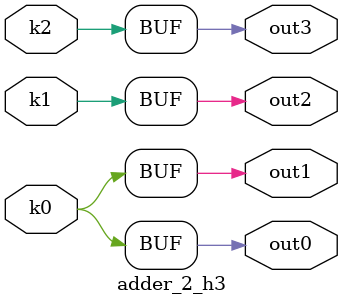
<source format=v>
module adder_2(pi0, pi1, pi2, pi3, pi4, pi5, pi6, po0, po1, po2, po3);
input pi0, pi1, pi2, pi3, pi4, pi5, pi6;
output po0, po1, po2, po3;
wire k0, k1, k2;
adder_2_w3 DUT1 (pi0, pi1, pi2, pi3, pi4, pi5, pi6, k0, k1, k2);
adder_2_h3 DUT2 (k0, k1, k2, po0, po1, po2, po3);
endmodule

module adder_2_w3(in0, in1, in2, in3, in4, in5, in6, k0, k1, k2);
input in0, in1, in2, in3, in4, in5, in6;
output k0, k1, k2;
assign k0 =   ((~in4 ^ in1) & ((((in6 & (in3 | ~in0)) | (in3 & ~in0)) & (in5 | in2)) | (in5 & in2))) | (((~in3 & in0) | (~in6 & (~in3 | in0))) & (~in5 | ~in2) & (in4 ^ in1)) | (~in5 & ~in2 & (in4 ^ in1));
assign k1 =   ((~in5 ^ in2) & ((in6 & (in3 | ~in0)) | (in3 & ~in0))) | (((~in3 & in0) | (~in6 & (~in3 | in0))) & (in5 ^ in2));
assign k2 =   in6 ? (in3 ^ in0) : (~in3 ^ in0);
endmodule

module adder_2_h3(k0, k1, k2, out0, out1, out2, out3);
input k0, k1, k2;
output out0, out1, out2, out3;
assign out0 = k0;
assign out1 = k0;
assign out2 = k1;
assign out3 = k2;
endmodule

</source>
